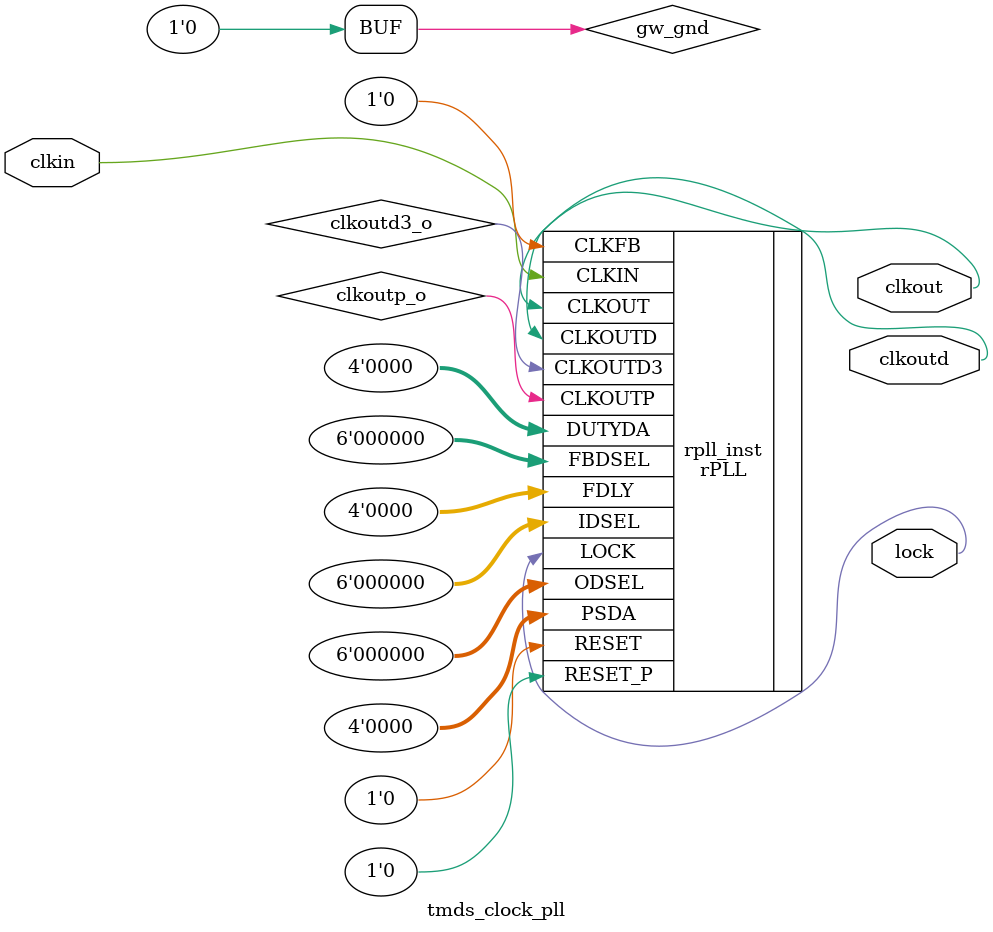
<source format=v>

module tmds_clock_pll (clkout, lock, clkoutd, clkin);

output clkout;
output lock;
output clkoutd;
input clkin;

wire clkoutp_o;
wire clkoutd3_o;
wire gw_gnd;

assign gw_gnd = 1'b0;

rPLL rpll_inst (
    .CLKOUT(clkout),
    .LOCK(lock),
    .CLKOUTP(clkoutp_o),
    .CLKOUTD(clkoutd),
    .CLKOUTD3(clkoutd3_o),
    .RESET(gw_gnd),
    .RESET_P(gw_gnd),
    .CLKIN(clkin),
    .CLKFB(gw_gnd),
    .FBDSEL({gw_gnd,gw_gnd,gw_gnd,gw_gnd,gw_gnd,gw_gnd}),
    .IDSEL({gw_gnd,gw_gnd,gw_gnd,gw_gnd,gw_gnd,gw_gnd}),
    .ODSEL({gw_gnd,gw_gnd,gw_gnd,gw_gnd,gw_gnd,gw_gnd}),
    .PSDA({gw_gnd,gw_gnd,gw_gnd,gw_gnd}),
    .DUTYDA({gw_gnd,gw_gnd,gw_gnd,gw_gnd}),
    .FDLY({gw_gnd,gw_gnd,gw_gnd,gw_gnd})
);

defparam rpll_inst.FCLKIN = "27";
defparam rpll_inst.DYN_IDIV_SEL = "false";
defparam rpll_inst.IDIV_SEL = 2;
defparam rpll_inst.DYN_FBDIV_SEL = "false";
defparam rpll_inst.FBDIV_SEL = 13;
defparam rpll_inst.DYN_ODIV_SEL = "false";
defparam rpll_inst.ODIV_SEL = 4;
defparam rpll_inst.PSDA_SEL = "0000";
defparam rpll_inst.DYN_DA_EN = "true";
defparam rpll_inst.DUTYDA_SEL = "1000";
defparam rpll_inst.CLKOUT_FT_DIR = 1'b1;
defparam rpll_inst.CLKOUTP_FT_DIR = 1'b1;
defparam rpll_inst.CLKOUT_DLY_STEP = 0;
defparam rpll_inst.CLKOUTP_DLY_STEP = 0;
defparam rpll_inst.CLKFB_SEL = "internal";
defparam rpll_inst.CLKOUT_BYPASS = "false";
defparam rpll_inst.CLKOUTP_BYPASS = "false";
defparam rpll_inst.CLKOUTD_BYPASS = "true";
defparam rpll_inst.DYN_SDIV_SEL = 2;
defparam rpll_inst.CLKOUTD_SRC = "CLKOUT";
defparam rpll_inst.CLKOUTD3_SRC = "CLKOUT";
defparam rpll_inst.DEVICE = "GW2A-18C";

endmodule //tmds_clock_pll

</source>
